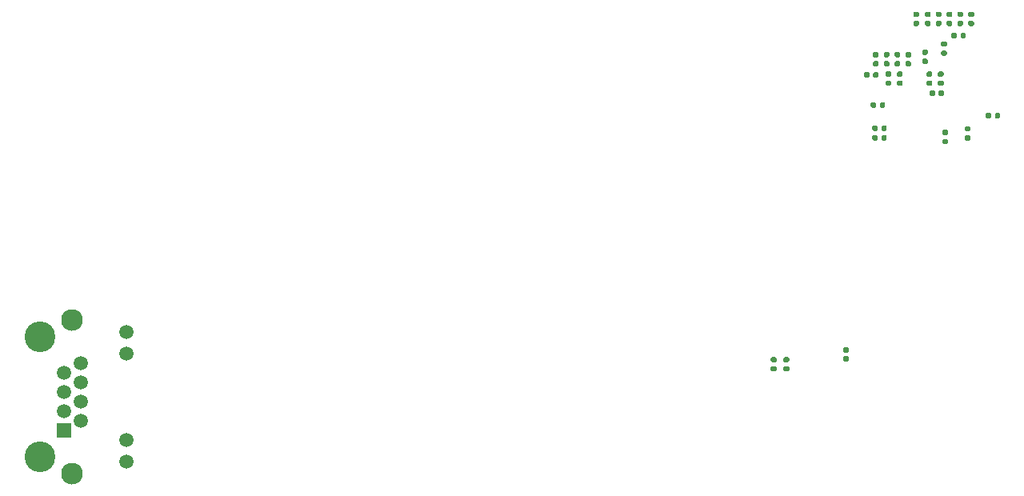
<source format=gbr>
%TF.GenerationSoftware,KiCad,Pcbnew,5.1.10-88a1d61d58~88~ubuntu20.04.1*%
%TF.CreationDate,2021-07-12T14:39:34+08:00*%
%TF.ProjectId,TestAutomation,54657374-4175-4746-9f6d-6174696f6e2e,rev?*%
%TF.SameCoordinates,Original*%
%TF.FileFunction,Soldermask,Bot*%
%TF.FilePolarity,Negative*%
%FSLAX46Y46*%
G04 Gerber Fmt 4.6, Leading zero omitted, Abs format (unit mm)*
G04 Created by KiCad (PCBNEW 5.1.10-88a1d61d58~88~ubuntu20.04.1) date 2021-07-12 14:39:34*
%MOMM*%
%LPD*%
G01*
G04 APERTURE LIST*
%ADD10R,1.500000X1.500000*%
%ADD11C,1.500000*%
%ADD12C,3.250000*%
%ADD13C,2.300000*%
G04 APERTURE END LIST*
%TO.C,C96*%
G36*
G01*
X177670000Y-81520000D02*
X178010000Y-81520000D01*
G75*
G02*
X178150000Y-81660000I0J-140000D01*
G01*
X178150000Y-81940000D01*
G75*
G02*
X178010000Y-82080000I-140000J0D01*
G01*
X177670000Y-82080000D01*
G75*
G02*
X177530000Y-81940000I0J140000D01*
G01*
X177530000Y-81660000D01*
G75*
G02*
X177670000Y-81520000I140000J0D01*
G01*
G37*
G36*
G01*
X177670000Y-80560000D02*
X178010000Y-80560000D01*
G75*
G02*
X178150000Y-80700000I0J-140000D01*
G01*
X178150000Y-80980000D01*
G75*
G02*
X178010000Y-81120000I-140000J0D01*
G01*
X177670000Y-81120000D01*
G75*
G02*
X177530000Y-80980000I0J140000D01*
G01*
X177530000Y-80700000D01*
G75*
G02*
X177670000Y-80560000I140000J0D01*
G01*
G37*
%TD*%
%TO.C,C95*%
G36*
G01*
X173290000Y-87420000D02*
X173290000Y-87080000D01*
G75*
G02*
X173430000Y-86940000I140000J0D01*
G01*
X173710000Y-86940000D01*
G75*
G02*
X173850000Y-87080000I0J-140000D01*
G01*
X173850000Y-87420000D01*
G75*
G02*
X173710000Y-87560000I-140000J0D01*
G01*
X173430000Y-87560000D01*
G75*
G02*
X173290000Y-87420000I0J140000D01*
G01*
G37*
G36*
G01*
X172330000Y-87420000D02*
X172330000Y-87080000D01*
G75*
G02*
X172470000Y-86940000I140000J0D01*
G01*
X172750000Y-86940000D01*
G75*
G02*
X172890000Y-87080000I0J-140000D01*
G01*
X172890000Y-87420000D01*
G75*
G02*
X172750000Y-87560000I-140000J0D01*
G01*
X172470000Y-87560000D01*
G75*
G02*
X172330000Y-87420000I0J140000D01*
G01*
G37*
%TD*%
%TO.C,C94*%
G36*
G01*
X178610000Y-85530000D02*
X178950000Y-85530000D01*
G75*
G02*
X179090000Y-85670000I0J-140000D01*
G01*
X179090000Y-85950000D01*
G75*
G02*
X178950000Y-86090000I-140000J0D01*
G01*
X178610000Y-86090000D01*
G75*
G02*
X178470000Y-85950000I0J140000D01*
G01*
X178470000Y-85670000D01*
G75*
G02*
X178610000Y-85530000I140000J0D01*
G01*
G37*
G36*
G01*
X178610000Y-84570000D02*
X178950000Y-84570000D01*
G75*
G02*
X179090000Y-84710000I0J-140000D01*
G01*
X179090000Y-84990000D01*
G75*
G02*
X178950000Y-85130000I-140000J0D01*
G01*
X178610000Y-85130000D01*
G75*
G02*
X178470000Y-84990000I0J140000D01*
G01*
X178470000Y-84710000D01*
G75*
G02*
X178610000Y-84570000I140000J0D01*
G01*
G37*
%TD*%
%TO.C,C24*%
G36*
G01*
X181197664Y-81520000D02*
X181537664Y-81520000D01*
G75*
G02*
X181677664Y-81660000I0J-140000D01*
G01*
X181677664Y-81940000D01*
G75*
G02*
X181537664Y-82080000I-140000J0D01*
G01*
X181197664Y-82080000D01*
G75*
G02*
X181057664Y-81940000I0J140000D01*
G01*
X181057664Y-81660000D01*
G75*
G02*
X181197664Y-81520000I140000J0D01*
G01*
G37*
G36*
G01*
X181197664Y-80560000D02*
X181537664Y-80560000D01*
G75*
G02*
X181677664Y-80700000I0J-140000D01*
G01*
X181677664Y-80980000D01*
G75*
G02*
X181537664Y-81120000I-140000J0D01*
G01*
X181197664Y-81120000D01*
G75*
G02*
X181057664Y-80980000I0J140000D01*
G01*
X181057664Y-80700000D01*
G75*
G02*
X181197664Y-80560000I140000J0D01*
G01*
G37*
%TD*%
%TO.C,C21*%
G36*
G01*
X180053832Y-81520000D02*
X180393832Y-81520000D01*
G75*
G02*
X180533832Y-81660000I0J-140000D01*
G01*
X180533832Y-81940000D01*
G75*
G02*
X180393832Y-82080000I-140000J0D01*
G01*
X180053832Y-82080000D01*
G75*
G02*
X179913832Y-81940000I0J140000D01*
G01*
X179913832Y-81660000D01*
G75*
G02*
X180053832Y-81520000I140000J0D01*
G01*
G37*
G36*
G01*
X180053832Y-80560000D02*
X180393832Y-80560000D01*
G75*
G02*
X180533832Y-80700000I0J-140000D01*
G01*
X180533832Y-80980000D01*
G75*
G02*
X180393832Y-81120000I-140000J0D01*
G01*
X180053832Y-81120000D01*
G75*
G02*
X179913832Y-80980000I0J140000D01*
G01*
X179913832Y-80700000D01*
G75*
G02*
X180053832Y-80560000I140000J0D01*
G01*
G37*
%TD*%
%TO.C,C81*%
G36*
G01*
X164270000Y-117670000D02*
X163930000Y-117670000D01*
G75*
G02*
X163790000Y-117530000I0J140000D01*
G01*
X163790000Y-117250000D01*
G75*
G02*
X163930000Y-117110000I140000J0D01*
G01*
X164270000Y-117110000D01*
G75*
G02*
X164410000Y-117250000I0J-140000D01*
G01*
X164410000Y-117530000D01*
G75*
G02*
X164270000Y-117670000I-140000J0D01*
G01*
G37*
G36*
G01*
X164270000Y-118630000D02*
X163930000Y-118630000D01*
G75*
G02*
X163790000Y-118490000I0J140000D01*
G01*
X163790000Y-118210000D01*
G75*
G02*
X163930000Y-118070000I140000J0D01*
G01*
X164270000Y-118070000D01*
G75*
G02*
X164410000Y-118210000I0J-140000D01*
G01*
X164410000Y-118490000D01*
G75*
G02*
X164270000Y-118630000I-140000J0D01*
G01*
G37*
%TD*%
%TO.C,C80*%
G36*
G01*
X170590000Y-116620000D02*
X170250000Y-116620000D01*
G75*
G02*
X170110000Y-116480000I0J140000D01*
G01*
X170110000Y-116200000D01*
G75*
G02*
X170250000Y-116060000I140000J0D01*
G01*
X170590000Y-116060000D01*
G75*
G02*
X170730000Y-116200000I0J-140000D01*
G01*
X170730000Y-116480000D01*
G75*
G02*
X170590000Y-116620000I-140000J0D01*
G01*
G37*
G36*
G01*
X170590000Y-117580000D02*
X170250000Y-117580000D01*
G75*
G02*
X170110000Y-117440000I0J140000D01*
G01*
X170110000Y-117160000D01*
G75*
G02*
X170250000Y-117020000I140000J0D01*
G01*
X170590000Y-117020000D01*
G75*
G02*
X170730000Y-117160000I0J-140000D01*
G01*
X170730000Y-117440000D01*
G75*
G02*
X170590000Y-117580000I-140000J0D01*
G01*
G37*
%TD*%
%TO.C,C79*%
G36*
G01*
X162932500Y-117670000D02*
X162592500Y-117670000D01*
G75*
G02*
X162452500Y-117530000I0J140000D01*
G01*
X162452500Y-117250000D01*
G75*
G02*
X162592500Y-117110000I140000J0D01*
G01*
X162932500Y-117110000D01*
G75*
G02*
X163072500Y-117250000I0J-140000D01*
G01*
X163072500Y-117530000D01*
G75*
G02*
X162932500Y-117670000I-140000J0D01*
G01*
G37*
G36*
G01*
X162932500Y-118630000D02*
X162592500Y-118630000D01*
G75*
G02*
X162452500Y-118490000I0J140000D01*
G01*
X162452500Y-118210000D01*
G75*
G02*
X162592500Y-118070000I140000J0D01*
G01*
X162932500Y-118070000D01*
G75*
G02*
X163072500Y-118210000I0J-140000D01*
G01*
X163072500Y-118490000D01*
G75*
G02*
X162932500Y-118630000I-140000J0D01*
G01*
G37*
%TD*%
%TO.C,C17*%
G36*
G01*
X181090000Y-93620000D02*
X180750000Y-93620000D01*
G75*
G02*
X180610000Y-93480000I0J140000D01*
G01*
X180610000Y-93200000D01*
G75*
G02*
X180750000Y-93060000I140000J0D01*
G01*
X181090000Y-93060000D01*
G75*
G02*
X181230000Y-93200000I0J-140000D01*
G01*
X181230000Y-93480000D01*
G75*
G02*
X181090000Y-93620000I-140000J0D01*
G01*
G37*
G36*
G01*
X181090000Y-94580000D02*
X180750000Y-94580000D01*
G75*
G02*
X180610000Y-94440000I0J140000D01*
G01*
X180610000Y-94160000D01*
G75*
G02*
X180750000Y-94020000I140000J0D01*
G01*
X181090000Y-94020000D01*
G75*
G02*
X181230000Y-94160000I0J-140000D01*
G01*
X181230000Y-94440000D01*
G75*
G02*
X181090000Y-94580000I-140000J0D01*
G01*
G37*
%TD*%
%TO.C,C16*%
G36*
G01*
X183485330Y-81520000D02*
X183825330Y-81520000D01*
G75*
G02*
X183965330Y-81660000I0J-140000D01*
G01*
X183965330Y-81940000D01*
G75*
G02*
X183825330Y-82080000I-140000J0D01*
G01*
X183485330Y-82080000D01*
G75*
G02*
X183345330Y-81940000I0J140000D01*
G01*
X183345330Y-81660000D01*
G75*
G02*
X183485330Y-81520000I140000J0D01*
G01*
G37*
G36*
G01*
X183485330Y-80560000D02*
X183825330Y-80560000D01*
G75*
G02*
X183965330Y-80700000I0J-140000D01*
G01*
X183965330Y-80980000D01*
G75*
G02*
X183825330Y-81120000I-140000J0D01*
G01*
X183485330Y-81120000D01*
G75*
G02*
X183345330Y-80980000I0J140000D01*
G01*
X183345330Y-80700000D01*
G75*
G02*
X183485330Y-80560000I140000J0D01*
G01*
G37*
%TD*%
%TO.C,C37*%
G36*
G01*
X180620000Y-84670000D02*
X180960000Y-84670000D01*
G75*
G02*
X181100000Y-84810000I0J-140000D01*
G01*
X181100000Y-85090000D01*
G75*
G02*
X180960000Y-85230000I-140000J0D01*
G01*
X180620000Y-85230000D01*
G75*
G02*
X180480000Y-85090000I0J140000D01*
G01*
X180480000Y-84810000D01*
G75*
G02*
X180620000Y-84670000I140000J0D01*
G01*
G37*
G36*
G01*
X180620000Y-83710000D02*
X180960000Y-83710000D01*
G75*
G02*
X181100000Y-83850000I0J-140000D01*
G01*
X181100000Y-84130000D01*
G75*
G02*
X180960000Y-84270000I-140000J0D01*
G01*
X180620000Y-84270000D01*
G75*
G02*
X180480000Y-84130000I0J140000D01*
G01*
X180480000Y-83850000D01*
G75*
G02*
X180620000Y-83710000I140000J0D01*
G01*
G37*
%TD*%
%TO.C,C15*%
G36*
G01*
X182341496Y-81520000D02*
X182681496Y-81520000D01*
G75*
G02*
X182821496Y-81660000I0J-140000D01*
G01*
X182821496Y-81940000D01*
G75*
G02*
X182681496Y-82080000I-140000J0D01*
G01*
X182341496Y-82080000D01*
G75*
G02*
X182201496Y-81940000I0J140000D01*
G01*
X182201496Y-81660000D01*
G75*
G02*
X182341496Y-81520000I140000J0D01*
G01*
G37*
G36*
G01*
X182341496Y-80560000D02*
X182681496Y-80560000D01*
G75*
G02*
X182821496Y-80700000I0J-140000D01*
G01*
X182821496Y-80980000D01*
G75*
G02*
X182681496Y-81120000I-140000J0D01*
G01*
X182341496Y-81120000D01*
G75*
G02*
X182201496Y-80980000I0J140000D01*
G01*
X182201496Y-80700000D01*
G75*
G02*
X182341496Y-80560000I140000J0D01*
G01*
G37*
%TD*%
%TO.C,C36*%
G36*
G01*
X175690000Y-85790000D02*
X176030000Y-85790000D01*
G75*
G02*
X176170000Y-85930000I0J-140000D01*
G01*
X176170000Y-86210000D01*
G75*
G02*
X176030000Y-86350000I-140000J0D01*
G01*
X175690000Y-86350000D01*
G75*
G02*
X175550000Y-86210000I0J140000D01*
G01*
X175550000Y-85930000D01*
G75*
G02*
X175690000Y-85790000I140000J0D01*
G01*
G37*
G36*
G01*
X175690000Y-84830000D02*
X176030000Y-84830000D01*
G75*
G02*
X176170000Y-84970000I0J-140000D01*
G01*
X176170000Y-85250000D01*
G75*
G02*
X176030000Y-85390000I-140000J0D01*
G01*
X175690000Y-85390000D01*
G75*
G02*
X175550000Y-85250000I0J140000D01*
G01*
X175550000Y-84970000D01*
G75*
G02*
X175690000Y-84830000I140000J0D01*
G01*
G37*
%TD*%
%TO.C,C35*%
G36*
G01*
X175940000Y-87840000D02*
X176280000Y-87840000D01*
G75*
G02*
X176420000Y-87980000I0J-140000D01*
G01*
X176420000Y-88260000D01*
G75*
G02*
X176280000Y-88400000I-140000J0D01*
G01*
X175940000Y-88400000D01*
G75*
G02*
X175800000Y-88260000I0J140000D01*
G01*
X175800000Y-87980000D01*
G75*
G02*
X175940000Y-87840000I140000J0D01*
G01*
G37*
G36*
G01*
X175940000Y-86880000D02*
X176280000Y-86880000D01*
G75*
G02*
X176420000Y-87020000I0J-140000D01*
G01*
X176420000Y-87300000D01*
G75*
G02*
X176280000Y-87440000I-140000J0D01*
G01*
X175940000Y-87440000D01*
G75*
G02*
X175800000Y-87300000I0J140000D01*
G01*
X175800000Y-87020000D01*
G75*
G02*
X175940000Y-86880000I140000J0D01*
G01*
G37*
%TD*%
%TO.C,C14*%
G36*
G01*
X173040000Y-90610000D02*
X173040000Y-90270000D01*
G75*
G02*
X173180000Y-90130000I140000J0D01*
G01*
X173460000Y-90130000D01*
G75*
G02*
X173600000Y-90270000I0J-140000D01*
G01*
X173600000Y-90610000D01*
G75*
G02*
X173460000Y-90750000I-140000J0D01*
G01*
X173180000Y-90750000D01*
G75*
G02*
X173040000Y-90610000I0J140000D01*
G01*
G37*
G36*
G01*
X174000000Y-90610000D02*
X174000000Y-90270000D01*
G75*
G02*
X174140000Y-90130000I140000J0D01*
G01*
X174420000Y-90130000D01*
G75*
G02*
X174560000Y-90270000I0J-140000D01*
G01*
X174560000Y-90610000D01*
G75*
G02*
X174420000Y-90750000I-140000J0D01*
G01*
X174140000Y-90750000D01*
G75*
G02*
X174000000Y-90610000I0J140000D01*
G01*
G37*
%TD*%
%TO.C,C34*%
G36*
G01*
X174540000Y-85790000D02*
X174880000Y-85790000D01*
G75*
G02*
X175020000Y-85930000I0J-140000D01*
G01*
X175020000Y-86210000D01*
G75*
G02*
X174880000Y-86350000I-140000J0D01*
G01*
X174540000Y-86350000D01*
G75*
G02*
X174400000Y-86210000I0J140000D01*
G01*
X174400000Y-85930000D01*
G75*
G02*
X174540000Y-85790000I140000J0D01*
G01*
G37*
G36*
G01*
X174540000Y-84830000D02*
X174880000Y-84830000D01*
G75*
G02*
X175020000Y-84970000I0J-140000D01*
G01*
X175020000Y-85250000D01*
G75*
G02*
X174880000Y-85390000I-140000J0D01*
G01*
X174540000Y-85390000D01*
G75*
G02*
X174400000Y-85250000I0J140000D01*
G01*
X174400000Y-84970000D01*
G75*
G02*
X174540000Y-84830000I140000J0D01*
G01*
G37*
%TD*%
%TO.C,C33*%
G36*
G01*
X180274000Y-87840000D02*
X180614000Y-87840000D01*
G75*
G02*
X180754000Y-87980000I0J-140000D01*
G01*
X180754000Y-88260000D01*
G75*
G02*
X180614000Y-88400000I-140000J0D01*
G01*
X180274000Y-88400000D01*
G75*
G02*
X180134000Y-88260000I0J140000D01*
G01*
X180134000Y-87980000D01*
G75*
G02*
X180274000Y-87840000I140000J0D01*
G01*
G37*
G36*
G01*
X180274000Y-86880000D02*
X180614000Y-86880000D01*
G75*
G02*
X180754000Y-87020000I0J-140000D01*
G01*
X180754000Y-87300000D01*
G75*
G02*
X180614000Y-87440000I-140000J0D01*
G01*
X180274000Y-87440000D01*
G75*
G02*
X180134000Y-87300000I0J140000D01*
G01*
X180134000Y-87020000D01*
G75*
G02*
X180274000Y-86880000I140000J0D01*
G01*
G37*
%TD*%
%TO.C,C13*%
G36*
G01*
X174170000Y-93070000D02*
X174170000Y-92730000D01*
G75*
G02*
X174310000Y-92590000I140000J0D01*
G01*
X174590000Y-92590000D01*
G75*
G02*
X174730000Y-92730000I0J-140000D01*
G01*
X174730000Y-93070000D01*
G75*
G02*
X174590000Y-93210000I-140000J0D01*
G01*
X174310000Y-93210000D01*
G75*
G02*
X174170000Y-93070000I0J140000D01*
G01*
G37*
G36*
G01*
X173210000Y-93070000D02*
X173210000Y-92730000D01*
G75*
G02*
X173350000Y-92590000I140000J0D01*
G01*
X173630000Y-92590000D01*
G75*
G02*
X173770000Y-92730000I0J-140000D01*
G01*
X173770000Y-93070000D01*
G75*
G02*
X173630000Y-93210000I-140000J0D01*
G01*
X173350000Y-93210000D01*
G75*
G02*
X173210000Y-93070000I0J140000D01*
G01*
G37*
%TD*%
%TO.C,C32*%
G36*
G01*
X176840000Y-85790000D02*
X177180000Y-85790000D01*
G75*
G02*
X177320000Y-85930000I0J-140000D01*
G01*
X177320000Y-86210000D01*
G75*
G02*
X177180000Y-86350000I-140000J0D01*
G01*
X176840000Y-86350000D01*
G75*
G02*
X176700000Y-86210000I0J140000D01*
G01*
X176700000Y-85930000D01*
G75*
G02*
X176840000Y-85790000I140000J0D01*
G01*
G37*
G36*
G01*
X176840000Y-84830000D02*
X177180000Y-84830000D01*
G75*
G02*
X177320000Y-84970000I0J-140000D01*
G01*
X177320000Y-85250000D01*
G75*
G02*
X177180000Y-85390000I-140000J0D01*
G01*
X176840000Y-85390000D01*
G75*
G02*
X176700000Y-85250000I0J140000D01*
G01*
X176700000Y-84970000D01*
G75*
G02*
X176840000Y-84830000I140000J0D01*
G01*
G37*
%TD*%
%TO.C,C31*%
G36*
G01*
X179077000Y-87840000D02*
X179417000Y-87840000D01*
G75*
G02*
X179557000Y-87980000I0J-140000D01*
G01*
X179557000Y-88260000D01*
G75*
G02*
X179417000Y-88400000I-140000J0D01*
G01*
X179077000Y-88400000D01*
G75*
G02*
X178937000Y-88260000I0J140000D01*
G01*
X178937000Y-87980000D01*
G75*
G02*
X179077000Y-87840000I140000J0D01*
G01*
G37*
G36*
G01*
X179077000Y-86880000D02*
X179417000Y-86880000D01*
G75*
G02*
X179557000Y-87020000I0J-140000D01*
G01*
X179557000Y-87300000D01*
G75*
G02*
X179417000Y-87440000I-140000J0D01*
G01*
X179077000Y-87440000D01*
G75*
G02*
X178937000Y-87300000I0J140000D01*
G01*
X178937000Y-87020000D01*
G75*
G02*
X179077000Y-86880000I140000J0D01*
G01*
G37*
%TD*%
%TO.C,C12*%
G36*
G01*
X183460000Y-93240000D02*
X183120000Y-93240000D01*
G75*
G02*
X182980000Y-93100000I0J140000D01*
G01*
X182980000Y-92820000D01*
G75*
G02*
X183120000Y-92680000I140000J0D01*
G01*
X183460000Y-92680000D01*
G75*
G02*
X183600000Y-92820000I0J-140000D01*
G01*
X183600000Y-93100000D01*
G75*
G02*
X183460000Y-93240000I-140000J0D01*
G01*
G37*
G36*
G01*
X183460000Y-94200000D02*
X183120000Y-94200000D01*
G75*
G02*
X182980000Y-94060000I0J140000D01*
G01*
X182980000Y-93780000D01*
G75*
G02*
X183120000Y-93640000I140000J0D01*
G01*
X183460000Y-93640000D01*
G75*
G02*
X183600000Y-93780000I0J-140000D01*
G01*
X183600000Y-94060000D01*
G75*
G02*
X183460000Y-94200000I-140000J0D01*
G01*
G37*
%TD*%
%TO.C,C30*%
G36*
G01*
X174170000Y-94070000D02*
X174170000Y-93730000D01*
G75*
G02*
X174310000Y-93590000I140000J0D01*
G01*
X174590000Y-93590000D01*
G75*
G02*
X174730000Y-93730000I0J-140000D01*
G01*
X174730000Y-94070000D01*
G75*
G02*
X174590000Y-94210000I-140000J0D01*
G01*
X174310000Y-94210000D01*
G75*
G02*
X174170000Y-94070000I0J140000D01*
G01*
G37*
G36*
G01*
X173210000Y-94070000D02*
X173210000Y-93730000D01*
G75*
G02*
X173350000Y-93590000I140000J0D01*
G01*
X173630000Y-93590000D01*
G75*
G02*
X173770000Y-93730000I0J-140000D01*
G01*
X173770000Y-94070000D01*
G75*
G02*
X173630000Y-94210000I-140000J0D01*
G01*
X173350000Y-94210000D01*
G75*
G02*
X173210000Y-94070000I0J140000D01*
G01*
G37*
%TD*%
%TO.C,C29*%
G36*
G01*
X185770000Y-91400000D02*
X185770000Y-91740000D01*
G75*
G02*
X185630000Y-91880000I-140000J0D01*
G01*
X185350000Y-91880000D01*
G75*
G02*
X185210000Y-91740000I0J140000D01*
G01*
X185210000Y-91400000D01*
G75*
G02*
X185350000Y-91260000I140000J0D01*
G01*
X185630000Y-91260000D01*
G75*
G02*
X185770000Y-91400000I0J-140000D01*
G01*
G37*
G36*
G01*
X186730000Y-91400000D02*
X186730000Y-91740000D01*
G75*
G02*
X186590000Y-91880000I-140000J0D01*
G01*
X186310000Y-91880000D01*
G75*
G02*
X186170000Y-91740000I0J140000D01*
G01*
X186170000Y-91400000D01*
G75*
G02*
X186310000Y-91260000I140000J0D01*
G01*
X186590000Y-91260000D01*
G75*
G02*
X186730000Y-91400000I0J-140000D01*
G01*
G37*
%TD*%
%TO.C,C28*%
G36*
G01*
X180230000Y-89350000D02*
X180230000Y-89010000D01*
G75*
G02*
X180370000Y-88870000I140000J0D01*
G01*
X180650000Y-88870000D01*
G75*
G02*
X180790000Y-89010000I0J-140000D01*
G01*
X180790000Y-89350000D01*
G75*
G02*
X180650000Y-89490000I-140000J0D01*
G01*
X180370000Y-89490000D01*
G75*
G02*
X180230000Y-89350000I0J140000D01*
G01*
G37*
G36*
G01*
X179270000Y-89350000D02*
X179270000Y-89010000D01*
G75*
G02*
X179410000Y-88870000I140000J0D01*
G01*
X179690000Y-88870000D01*
G75*
G02*
X179830000Y-89010000I0J-140000D01*
G01*
X179830000Y-89350000D01*
G75*
G02*
X179690000Y-89490000I-140000J0D01*
G01*
X179410000Y-89490000D01*
G75*
G02*
X179270000Y-89350000I0J140000D01*
G01*
G37*
%TD*%
%TO.C,C27*%
G36*
G01*
X182540000Y-83250000D02*
X182540000Y-82910000D01*
G75*
G02*
X182680000Y-82770000I140000J0D01*
G01*
X182960000Y-82770000D01*
G75*
G02*
X183100000Y-82910000I0J-140000D01*
G01*
X183100000Y-83250000D01*
G75*
G02*
X182960000Y-83390000I-140000J0D01*
G01*
X182680000Y-83390000D01*
G75*
G02*
X182540000Y-83250000I0J140000D01*
G01*
G37*
G36*
G01*
X181580000Y-83250000D02*
X181580000Y-82910000D01*
G75*
G02*
X181720000Y-82770000I140000J0D01*
G01*
X182000000Y-82770000D01*
G75*
G02*
X182140000Y-82910000I0J-140000D01*
G01*
X182140000Y-83250000D01*
G75*
G02*
X182000000Y-83390000I-140000J0D01*
G01*
X181720000Y-83390000D01*
G75*
G02*
X181580000Y-83250000I0J140000D01*
G01*
G37*
%TD*%
%TO.C,C26*%
G36*
G01*
X173730000Y-85390000D02*
X173390000Y-85390000D01*
G75*
G02*
X173250000Y-85250000I0J140000D01*
G01*
X173250000Y-84970000D01*
G75*
G02*
X173390000Y-84830000I140000J0D01*
G01*
X173730000Y-84830000D01*
G75*
G02*
X173870000Y-84970000I0J-140000D01*
G01*
X173870000Y-85250000D01*
G75*
G02*
X173730000Y-85390000I-140000J0D01*
G01*
G37*
G36*
G01*
X173730000Y-86350000D02*
X173390000Y-86350000D01*
G75*
G02*
X173250000Y-86210000I0J140000D01*
G01*
X173250000Y-85930000D01*
G75*
G02*
X173390000Y-85790000I140000J0D01*
G01*
X173730000Y-85790000D01*
G75*
G02*
X173870000Y-85930000I0J-140000D01*
G01*
X173870000Y-86210000D01*
G75*
G02*
X173730000Y-86350000I-140000J0D01*
G01*
G37*
%TD*%
%TO.C,C25*%
G36*
G01*
X175080000Y-87440000D02*
X174740000Y-87440000D01*
G75*
G02*
X174600000Y-87300000I0J140000D01*
G01*
X174600000Y-87020000D01*
G75*
G02*
X174740000Y-86880000I140000J0D01*
G01*
X175080000Y-86880000D01*
G75*
G02*
X175220000Y-87020000I0J-140000D01*
G01*
X175220000Y-87300000D01*
G75*
G02*
X175080000Y-87440000I-140000J0D01*
G01*
G37*
G36*
G01*
X175080000Y-88400000D02*
X174740000Y-88400000D01*
G75*
G02*
X174600000Y-88260000I0J140000D01*
G01*
X174600000Y-87980000D01*
G75*
G02*
X174740000Y-87840000I140000J0D01*
G01*
X175080000Y-87840000D01*
G75*
G02*
X175220000Y-87980000I0J-140000D01*
G01*
X175220000Y-88260000D01*
G75*
G02*
X175080000Y-88400000I-140000J0D01*
G01*
G37*
%TD*%
%TO.C,C9*%
G36*
G01*
X179250000Y-81120000D02*
X178910000Y-81120000D01*
G75*
G02*
X178770000Y-80980000I0J140000D01*
G01*
X178770000Y-80700000D01*
G75*
G02*
X178910000Y-80560000I140000J0D01*
G01*
X179250000Y-80560000D01*
G75*
G02*
X179390000Y-80700000I0J-140000D01*
G01*
X179390000Y-80980000D01*
G75*
G02*
X179250000Y-81120000I-140000J0D01*
G01*
G37*
G36*
G01*
X179250000Y-82080000D02*
X178910000Y-82080000D01*
G75*
G02*
X178770000Y-81940000I0J140000D01*
G01*
X178770000Y-81660000D01*
G75*
G02*
X178910000Y-81520000I140000J0D01*
G01*
X179250000Y-81520000D01*
G75*
G02*
X179390000Y-81660000I0J-140000D01*
G01*
X179390000Y-81940000D01*
G75*
G02*
X179250000Y-82080000I-140000J0D01*
G01*
G37*
%TD*%
D10*
%TO.C,J6*%
X87630000Y-124841000D03*
D11*
X87630000Y-122809000D03*
X87630000Y-120777000D03*
X87630000Y-118745000D03*
X89410000Y-123825000D03*
X89410000Y-121793000D03*
X89410000Y-119761000D03*
X89410000Y-117729000D03*
D12*
X85090000Y-127631000D03*
X85090000Y-114931000D03*
D13*
X88520000Y-113151000D03*
X88520000Y-129411000D03*
D11*
X94230000Y-128141000D03*
X94230000Y-125851000D03*
X94230000Y-116711000D03*
X94230000Y-114421000D03*
%TD*%
M02*

</source>
